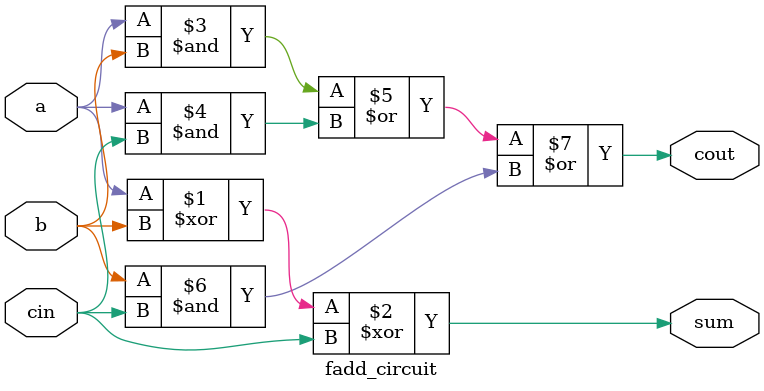
<source format=v>
module fadd_circuit( 
   input a, b, cin,
   output cout, sum 
);
   assign sum = a^b^cin;
	assign cout = (a&b)|(a&cin)|(b&cin);
endmodule 
</source>
